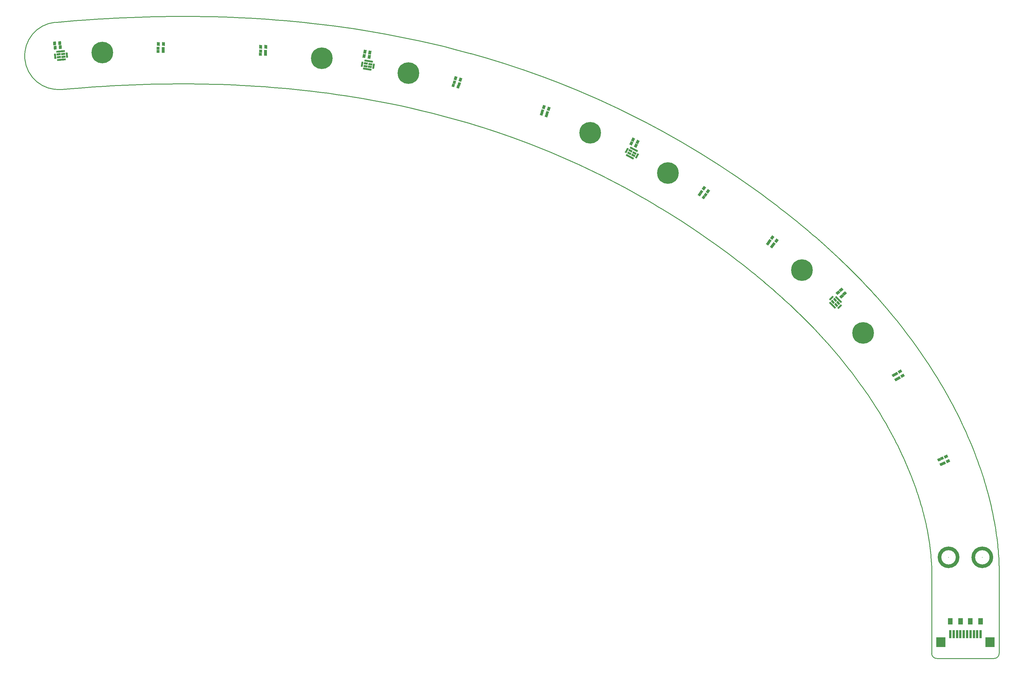
<source format=gts>
G04*
G04 #@! TF.GenerationSoftware,Altium Limited,Altium Designer,22.2.1 (43)*
G04*
G04 Layer_Color=8388736*
%FSLAX44Y44*%
%MOMM*%
G71*
G04*
G04 #@! TF.SameCoordinates,C81B6E68-797F-42A2-B6C5-F614A2D79E64*
G04*
G04*
G04 #@! TF.FilePolarity,Negative*
G04*
G01*
G75*
%ADD10C,0.2540*%
%ADD48C,1.1020*%
G04:AMPARAMS|DCode=49|XSize=1.0922mm|YSize=0.8382mm|CornerRadius=0mm|HoleSize=0mm|Usage=FLASHONLY|Rotation=53.351|XOffset=0mm|YOffset=0mm|HoleType=Round|Shape=Rectangle|*
%AMROTATEDRECTD49*
4,1,4,0.0103,-0.6883,-0.6622,-0.1880,-0.0103,0.6883,0.6622,0.1880,0.0103,-0.6883,0.0*
%
%ADD49ROTATEDRECTD49*%

G04:AMPARAMS|DCode=50|XSize=0.8032mm|YSize=0.9032mm|CornerRadius=0mm|HoleSize=0mm|Usage=FLASHONLY|Rotation=323.351|XOffset=0mm|YOffset=0mm|HoleType=Round|Shape=Rectangle|*
%AMROTATEDRECTD50*
4,1,4,-0.5918,-0.1226,-0.0526,0.6020,0.5918,0.1226,0.0526,-0.6020,-0.5918,-0.1226,0.0*
%
%ADD50ROTATEDRECTD50*%

%ADD51R,1.3462X1.9812*%
%ADD52R,0.8032X2.4032*%
%ADD53R,2.7032X3.0032*%
G04:AMPARAMS|DCode=54|XSize=0.8032mm|YSize=0.9032mm|CornerRadius=0mm|HoleSize=0mm|Usage=FLASHONLY|Rotation=295.191|XOffset=0mm|YOffset=0mm|HoleType=Round|Shape=Rectangle|*
%AMROTATEDRECTD54*
4,1,4,-0.5796,0.1712,0.2377,0.5556,0.5796,-0.1712,-0.2377,-0.5556,-0.5796,0.1712,0.0*
%
%ADD54ROTATEDRECTD54*%

G04:AMPARAMS|DCode=55|XSize=1.0922mm|YSize=0.8382mm|CornerRadius=0mm|HoleSize=0mm|Usage=FLASHONLY|Rotation=205.191|XOffset=0mm|YOffset=0mm|HoleType=Round|Shape=Rectangle|*
%AMROTATEDRECTD55*
4,1,4,0.3158,0.6117,0.6726,-0.1468,-0.3158,-0.6117,-0.6726,0.1468,0.3158,0.6117,0.0*
%
%ADD55ROTATEDRECTD55*%

G04:AMPARAMS|DCode=56|XSize=1.0922mm|YSize=0.8382mm|CornerRadius=0mm|HoleSize=0mm|Usage=FLASHONLY|Rotation=211.124|XOffset=0mm|YOffset=0mm|HoleType=Round|Shape=Rectangle|*
%AMROTATEDRECTD56*
4,1,4,0.2509,0.6411,0.6841,-0.0765,-0.2509,-0.6411,-0.6841,0.0765,0.2509,0.6411,0.0*
%
%ADD56ROTATEDRECTD56*%

G04:AMPARAMS|DCode=57|XSize=0.8032mm|YSize=0.9032mm|CornerRadius=0mm|HoleSize=0mm|Usage=FLASHONLY|Rotation=301.124|XOffset=0mm|YOffset=0mm|HoleType=Round|Shape=Rectangle|*
%AMROTATEDRECTD57*
4,1,4,-0.5942,0.1104,0.1790,0.5772,0.5942,-0.1104,-0.1790,-0.5772,-0.5942,0.1104,0.0*
%
%ADD57ROTATEDRECTD57*%

G04:AMPARAMS|DCode=58|XSize=1.0922mm|YSize=0.8382mm|CornerRadius=0mm|HoleSize=0mm|Usage=FLASHONLY|Rotation=234.951|XOffset=0mm|YOffset=0mm|HoleType=Round|Shape=Rectangle|*
%AMROTATEDRECTD58*
4,1,4,-0.0295,0.6878,0.6567,0.2064,0.0295,-0.6878,-0.6567,-0.2064,-0.0295,0.6878,0.0*
%
%ADD58ROTATEDRECTD58*%

G04:AMPARAMS|DCode=59|XSize=0.8032mm|YSize=0.9032mm|CornerRadius=0mm|HoleSize=0mm|Usage=FLASHONLY|Rotation=324.951|XOffset=0mm|YOffset=0mm|HoleType=Round|Shape=Rectangle|*
%AMROTATEDRECTD59*
4,1,4,-0.5881,-0.1391,-0.0694,0.6003,0.5881,0.1391,0.0694,-0.6003,-0.5881,-0.1391,0.0*
%
%ADD59ROTATEDRECTD59*%

G04:AMPARAMS|DCode=60|XSize=1.0922mm|YSize=0.8382mm|CornerRadius=0mm|HoleSize=0mm|Usage=FLASHONLY|Rotation=250.775|XOffset=0mm|YOffset=0mm|HoleType=Round|Shape=Rectangle|*
%AMROTATEDRECTD60*
4,1,4,-0.2159,0.6536,0.5755,0.3776,0.2159,-0.6536,-0.5755,-0.3776,-0.2159,0.6536,0.0*
%
%ADD60ROTATEDRECTD60*%

G04:AMPARAMS|DCode=61|XSize=0.8032mm|YSize=0.9032mm|CornerRadius=0mm|HoleSize=0mm|Usage=FLASHONLY|Rotation=340.775|XOffset=0mm|YOffset=0mm|HoleType=Round|Shape=Rectangle|*
%AMROTATEDRECTD61*
4,1,4,-0.5279,-0.2942,-0.2305,0.5587,0.5279,0.2942,0.2305,-0.5587,-0.5279,-0.2942,0.0*
%
%ADD61ROTATEDRECTD61*%

G04:AMPARAMS|DCode=62|XSize=1.0922mm|YSize=0.8382mm|CornerRadius=0mm|HoleSize=0mm|Usage=FLASHONLY|Rotation=252.912|XOffset=0mm|YOffset=0mm|HoleType=Round|Shape=Rectangle|*
%AMROTATEDRECTD62*
4,1,4,-0.2401,0.6451,0.5611,0.3988,0.2401,-0.6451,-0.5611,-0.3988,-0.2401,0.6451,0.0*
%
%ADD62ROTATEDRECTD62*%

G04:AMPARAMS|DCode=63|XSize=0.8032mm|YSize=0.9032mm|CornerRadius=0mm|HoleSize=0mm|Usage=FLASHONLY|Rotation=342.912|XOffset=0mm|YOffset=0mm|HoleType=Round|Shape=Rectangle|*
%AMROTATEDRECTD63*
4,1,4,-0.5166,-0.3137,-0.2512,0.5497,0.5166,0.3137,0.2512,-0.5497,-0.5166,-0.3137,0.0*
%
%ADD63ROTATEDRECTD63*%

G04:AMPARAMS|DCode=64|XSize=1.0922mm|YSize=0.8382mm|CornerRadius=0mm|HoleSize=0mm|Usage=FLASHONLY|Rotation=267.880|XOffset=0mm|YOffset=0mm|HoleType=Round|Shape=Rectangle|*
%AMROTATEDRECTD64*
4,1,4,-0.3986,0.5612,0.4390,0.5302,0.3986,-0.5612,-0.4390,-0.5302,-0.3986,0.5612,0.0*
%
%ADD64ROTATEDRECTD64*%

G04:AMPARAMS|DCode=65|XSize=0.8032mm|YSize=0.9032mm|CornerRadius=0mm|HoleSize=0mm|Usage=FLASHONLY|Rotation=357.880|XOffset=0mm|YOffset=0mm|HoleType=Round|Shape=Rectangle|*
%AMROTATEDRECTD65*
4,1,4,-0.4180,-0.4364,-0.3846,0.4662,0.4180,0.4364,0.3846,-0.4662,-0.4180,-0.4364,0.0*
%
%ADD65ROTATEDRECTD65*%

G04:AMPARAMS|DCode=66|XSize=1.0922mm|YSize=0.8382mm|CornerRadius=0mm|HoleSize=0mm|Usage=FLASHONLY|Rotation=268.966|XOffset=0mm|YOffset=0mm|HoleType=Round|Shape=Rectangle|*
%AMROTATEDRECTD66*
4,1,4,-0.4092,0.5536,0.4289,0.5385,0.4092,-0.5536,-0.4289,-0.5385,-0.4092,0.5536,0.0*
%
%ADD66ROTATEDRECTD66*%

G04:AMPARAMS|DCode=67|XSize=0.8032mm|YSize=0.9032mm|CornerRadius=0mm|HoleSize=0mm|Usage=FLASHONLY|Rotation=358.966|XOffset=0mm|YOffset=0mm|HoleType=Round|Shape=Rectangle|*
%AMROTATEDRECTD67*
4,1,4,-0.4097,-0.4443,-0.3934,0.4588,0.4097,0.4443,0.3934,-0.4588,-0.4097,-0.4443,0.0*
%
%ADD67ROTATEDRECTD67*%

G04:AMPARAMS|DCode=68|XSize=0.5532mm|YSize=2.5032mm|CornerRadius=0mm|HoleSize=0mm|Usage=FLASHONLY|Rotation=44.350|XOffset=0mm|YOffset=0mm|HoleType=Round|Shape=Rectangle|*
%AMROTATEDRECTD68*
4,1,4,0.6771,-1.0884,-1.0727,0.7016,-0.6771,1.0884,1.0727,-0.7016,0.6771,-1.0884,0.0*
%
%ADD68ROTATEDRECTD68*%

G04:AMPARAMS|DCode=69|XSize=0.6032mm|YSize=1.1532mm|CornerRadius=0mm|HoleSize=0mm|Usage=FLASHONLY|Rotation=44.350|XOffset=0mm|YOffset=0mm|HoleType=Round|Shape=Rectangle|*
%AMROTATEDRECTD69*
4,1,4,0.1874,-0.6232,-0.6187,0.2015,-0.1874,0.6232,0.6187,-0.2015,0.1874,-0.6232,0.0*
%
%ADD69ROTATEDRECTD69*%

G04:AMPARAMS|DCode=70|XSize=0.5532mm|YSize=1.5032mm|CornerRadius=0mm|HoleSize=0mm|Usage=FLASHONLY|Rotation=134.350|XOffset=0mm|YOffset=0mm|HoleType=Round|Shape=Rectangle|*
%AMROTATEDRECTD70*
4,1,4,0.7308,0.3276,-0.3441,-0.7232,-0.7308,-0.3276,0.3441,0.7232,0.7308,0.3276,0.0*
%
%ADD70ROTATEDRECTD70*%

G04:AMPARAMS|DCode=71|XSize=1.0922mm|YSize=0.8382mm|CornerRadius=0mm|HoleSize=0mm|Usage=FLASHONLY|Rotation=224.350|XOffset=0mm|YOffset=0mm|HoleType=Round|Shape=Rectangle|*
%AMROTATEDRECTD71*
4,1,4,0.0975,0.6814,0.6835,0.0821,-0.0975,-0.6814,-0.6835,-0.0821,0.0975,0.6814,0.0*
%
%ADD71ROTATEDRECTD71*%

G04:AMPARAMS|DCode=72|XSize=0.5532mm|YSize=2.5032mm|CornerRadius=0mm|HoleSize=0mm|Usage=FLASHONLY|Rotation=62.500|XOffset=0mm|YOffset=0mm|HoleType=Round|Shape=Rectangle|*
%AMROTATEDRECTD72*
4,1,4,0.9825,-0.8233,-1.2379,0.3326,-0.9825,0.8233,1.2379,-0.3326,0.9825,-0.8233,0.0*
%
%ADD72ROTATEDRECTD72*%

G04:AMPARAMS|DCode=73|XSize=0.6032mm|YSize=1.1532mm|CornerRadius=0mm|HoleSize=0mm|Usage=FLASHONLY|Rotation=62.500|XOffset=0mm|YOffset=0mm|HoleType=Round|Shape=Rectangle|*
%AMROTATEDRECTD73*
4,1,4,0.3722,-0.5338,-0.6507,-0.0013,-0.3722,0.5338,0.6507,0.0013,0.3722,-0.5338,0.0*
%
%ADD73ROTATEDRECTD73*%

G04:AMPARAMS|DCode=74|XSize=0.5532mm|YSize=1.5032mm|CornerRadius=0mm|HoleSize=0mm|Usage=FLASHONLY|Rotation=152.500|XOffset=0mm|YOffset=0mm|HoleType=Round|Shape=Rectangle|*
%AMROTATEDRECTD74*
4,1,4,0.5924,0.5390,-0.1017,-0.7944,-0.5924,-0.5390,0.1017,0.7944,0.5924,0.5390,0.0*
%
%ADD74ROTATEDRECTD74*%

G04:AMPARAMS|DCode=75|XSize=1.0922mm|YSize=0.8382mm|CornerRadius=0mm|HoleSize=0mm|Usage=FLASHONLY|Rotation=242.500|XOffset=0mm|YOffset=0mm|HoleType=Round|Shape=Rectangle|*
%AMROTATEDRECTD75*
4,1,4,-0.1196,0.6779,0.6239,0.2909,0.1196,-0.6779,-0.6239,-0.2909,-0.1196,0.6779,0.0*
%
%ADD75ROTATEDRECTD75*%

G04:AMPARAMS|DCode=76|XSize=1.0922mm|YSize=0.8382mm|CornerRadius=0mm|HoleSize=0mm|Usage=FLASHONLY|Rotation=260.500|XOffset=0mm|YOffset=0mm|HoleType=Round|Shape=Rectangle|*
%AMROTATEDRECTD76*
4,1,4,-0.3232,0.6078,0.5035,0.4694,0.3232,-0.6078,-0.5035,-0.4694,-0.3232,0.6078,0.0*
%
%ADD76ROTATEDRECTD76*%

G04:AMPARAMS|DCode=77|XSize=0.5532mm|YSize=2.5032mm|CornerRadius=0mm|HoleSize=0mm|Usage=FLASHONLY|Rotation=80.500|XOffset=0mm|YOffset=0mm|HoleType=Round|Shape=Rectangle|*
%AMROTATEDRECTD77*
4,1,4,1.1888,-0.4794,-1.2801,-0.0662,-1.1888,0.4794,1.2801,0.0662,1.1888,-0.4794,0.0*
%
%ADD77ROTATEDRECTD77*%

G04:AMPARAMS|DCode=78|XSize=0.6032mm|YSize=1.1532mm|CornerRadius=0mm|HoleSize=0mm|Usage=FLASHONLY|Rotation=80.500|XOffset=0mm|YOffset=0mm|HoleType=Round|Shape=Rectangle|*
%AMROTATEDRECTD78*
4,1,4,0.5189,-0.3926,-0.6185,-0.2023,-0.5189,0.3926,0.6185,0.2023,0.5189,-0.3926,0.0*
%
%ADD78ROTATEDRECTD78*%

G04:AMPARAMS|DCode=79|XSize=0.5532mm|YSize=1.5032mm|CornerRadius=0mm|HoleSize=0mm|Usage=FLASHONLY|Rotation=170.500|XOffset=0mm|YOffset=0mm|HoleType=Round|Shape=Rectangle|*
%AMROTATEDRECTD79*
4,1,4,0.3969,0.6956,0.1488,-0.7870,-0.3969,-0.6956,-0.1488,0.7870,0.3969,0.6956,0.0*
%
%ADD79ROTATEDRECTD79*%

G04:AMPARAMS|DCode=80|XSize=0.5532mm|YSize=2.5032mm|CornerRadius=0mm|HoleSize=0mm|Usage=FLASHONLY|Rotation=95.225|XOffset=0mm|YOffset=0mm|HoleType=Round|Shape=Rectangle|*
%AMROTATEDRECTD80*
4,1,4,1.2716,-0.1615,-1.2212,-0.3894,-1.2716,0.1615,1.2212,0.3894,1.2716,-0.1615,0.0*
%
%ADD80ROTATEDRECTD80*%

G04:AMPARAMS|DCode=81|XSize=0.6032mm|YSize=1.1532mm|CornerRadius=0mm|HoleSize=0mm|Usage=FLASHONLY|Rotation=95.225|XOffset=0mm|YOffset=0mm|HoleType=Round|Shape=Rectangle|*
%AMROTATEDRECTD81*
4,1,4,0.6017,-0.2478,-0.5467,-0.3529,-0.6017,0.2478,0.5467,0.3529,0.6017,-0.2478,0.0*
%
%ADD81ROTATEDRECTD81*%

G04:AMPARAMS|DCode=82|XSize=0.5532mm|YSize=1.5032mm|CornerRadius=0mm|HoleSize=0mm|Usage=FLASHONLY|Rotation=185.225|XOffset=0mm|YOffset=0mm|HoleType=Round|Shape=Rectangle|*
%AMROTATEDRECTD82*
4,1,4,0.2070,0.7737,0.3439,-0.7233,-0.2070,-0.7737,-0.3439,0.7233,0.2070,0.7737,0.0*
%
%ADD82ROTATEDRECTD82*%

G04:AMPARAMS|DCode=83|XSize=1.0922mm|YSize=0.8382mm|CornerRadius=0mm|HoleSize=0mm|Usage=FLASHONLY|Rotation=275.225|XOffset=0mm|YOffset=0mm|HoleType=Round|Shape=Rectangle|*
%AMROTATEDRECTD83*
4,1,4,-0.4671,0.5057,0.3676,0.5820,0.4671,-0.5057,-0.3676,-0.5820,-0.4671,0.5057,0.0*
%
%ADD83ROTATEDRECTD83*%

%ADD84C,6.4032*%
%ADD85C,0.2032*%
D10*
X-100000Y15000D02*
G03*
X-85000Y0I15000J0D01*
G01*
X85000Y0D02*
G03*
X100000Y15000I0J15000D01*
G01*
X-674845Y1426571D02*
G03*
X-898629Y1563927I-1523375J-2230964D01*
G01*
X-632646Y1397166D02*
G03*
X-674845Y1426571I-1557904J-2190748D01*
G01*
X-1010034Y1396885D02*
G03*
X-1144359Y1464042I-1141677J-2115645D01*
G01*
X-1021883Y1627399D02*
G03*
X-1154222Y1686667I-1124285J-2333025D01*
G01*
X-1208383Y1708427D02*
G03*
X-1251920Y1724923I-963187J-2476442D01*
G01*
X-1154222Y1686667D02*
G03*
X-1208383Y1708427I-1007155J-2428516D01*
G01*
X-898629Y1563927D02*
G03*
X-951167Y1591986I-1279453J-2332428D01*
G01*
X-1289382Y1525312D02*
G03*
X-1341080Y1544544I-884497J-2298581D01*
G01*
X-1229740Y1501455D02*
G03*
X-1289382Y1525312I-935076J-2251194D01*
G01*
X-1144359Y1464042D02*
G03*
X-1229740Y1501455I-1010830J-2190686D01*
G01*
X-1251920Y1724923D02*
G03*
X-1306594Y1744424I-929595J-2519915D01*
G01*
X-1389718Y1561453D02*
G03*
X-1433546Y1575738I-800709J-2382297D01*
G01*
X-1341080Y1544544D02*
G03*
X-1389718Y1561453I-841246J-2341300D01*
G01*
X-1416737Y1779769D02*
G03*
X-1464769Y1793598I-790041J-2653687D01*
G01*
X-1365211Y1763875D02*
G03*
X-1416737Y1779769I-833606J-2611069D01*
G01*
X-1306594Y1744424D02*
G03*
X-1365211Y1763875I-883569J-2564546D01*
G01*
X-2696111Y1886590D02*
G03*
X-2677900Y1687421I9106J-99585D01*
G01*
X99404Y280489D02*
X100000Y270000D01*
X-100834Y281206D02*
X-100000Y270000D01*
X89622Y380485D02*
X90720Y373187D01*
X-113905Y383142D02*
X-112856Y377777D01*
X-100000Y15000D02*
Y270000D01*
X-85000Y-0D02*
X85000Y0D01*
X100000Y15000D02*
Y270000D01*
X-921443Y1346246D02*
X-910687Y1339866D01*
X-987622Y1384641D02*
X-958936Y1368522D01*
X-946240Y1361227D01*
X-921443Y1346246D01*
X-1010034Y1396885D02*
X-987622Y1384641D01*
X-876266Y1318954D02*
X-860639Y1309199D01*
X-842598Y1297726D02*
X-809590Y1276135D01*
X-910687Y1339866D02*
X-900010Y1333462D01*
X-889411Y1327032D01*
X-876266Y1318954D01*
X-860639Y1309199D02*
X-842598Y1297726D01*
X-790465Y1263308D02*
X-759207Y1241677D01*
X-719162Y1212908D02*
X-703393Y1201237D01*
X-737742Y1226408D02*
X-719162Y1212908D01*
X-759207Y1241677D02*
X-737742Y1226408D01*
X-809590Y1276135D02*
X-790465Y1263308D01*
X-703393Y1201237D02*
X-689069Y1190463D01*
X-550281Y1076310D02*
X-543388Y1070109D01*
X-563054Y1087650D02*
X-556065Y1081469D01*
X-550281Y1076310D01*
X-570093Y1093819D02*
X-563054Y1087650D01*
X-584321Y1106118D02*
X-577182Y1099975D01*
X-591509Y1112247D02*
X-584321Y1106118D01*
X-577182Y1099975D02*
X-570093Y1093819D01*
X-598745Y1118363D02*
X-591509Y1112247D01*
X-607246Y1125479D02*
X-598745Y1118363D01*
X-624439Y1139648D02*
X-615811Y1132574D01*
X-607246Y1125479D01*
X-633127Y1146700D02*
X-624439Y1139648D01*
X-643130Y1154731D02*
X-633127Y1146700D01*
X-653210Y1162730D02*
X-643130Y1154731D01*
X-664639Y1171691D02*
X-653210Y1162730D01*
X-676161Y1180608D02*
X-664639Y1171691D01*
X-689069Y1190463D02*
X-676161Y1180608D01*
X-523089Y1314858D02*
X-510987Y1305185D01*
X-478195Y1278324D02*
X-469379Y1270935D01*
X-498979Y1295460D02*
X-487066Y1285686D01*
X-478195Y1278324D01*
X-434691Y1241117D02*
X-426167Y1233600D01*
X-469379Y1270935D02*
X-460620Y1263519D01*
X-443276Y1248610D02*
X-434691Y1241117D01*
X-451919Y1256077D02*
X-443276Y1248610D01*
X-460620Y1263519D02*
X-451919Y1256077D01*
X-510987Y1305185D02*
X-498979Y1295460D01*
X-588072Y1364767D02*
X-572387Y1353022D01*
X-559933Y1343562D02*
X-547564Y1334048D01*
X-535282Y1324479D01*
X-632646Y1397166D02*
X-603882Y1376421D01*
X-572387Y1353022D02*
X-559933Y1343562D01*
X-603882Y1376421D02*
X-588072Y1364767D01*
X-535282Y1324479D02*
X-523089Y1314858D01*
X-1021883Y1627399D02*
X-989978Y1611752D01*
X-951167Y1591986D01*
X-1757971Y1655717D02*
X-1730136Y1650516D01*
X-1936847Y1682401D02*
X-1912157Y1679389D01*
X-1984581Y1687642D02*
X-1961579Y1685212D01*
X-2007617Y1689900D02*
X-1984581Y1687642D01*
X-1961579Y1685212D02*
X-1936847Y1682401D01*
X-1862904Y1672750D02*
X-1836592Y1668854D01*
X-1887509Y1676172D02*
X-1862904Y1672750D01*
X-1784124Y1660339D02*
X-1757971Y1655717D01*
X-1810331Y1664717D02*
X-1784124Y1660339D01*
X-1836592Y1668854D02*
X-1810331Y1664717D01*
X-1702366Y1645033D02*
X-1672932Y1638894D01*
X-1912157Y1679389D02*
X-1887509Y1676172D01*
X-2030686Y1691988D02*
X-2007617Y1689900D01*
X-1612572Y1625233D02*
X-1579944Y1617231D01*
X-1672932Y1638894D02*
X-1643573Y1632432D01*
X-1612572Y1625233D01*
X-1474184Y1588199D02*
X-1433546Y1575738D01*
X-1511585Y1599018D02*
X-1474184Y1588199D01*
X-1545708Y1608358D02*
X-1511585Y1599018D01*
X-1579944Y1617231D02*
X-1545708Y1608358D01*
X-1718562Y1851829D02*
X-1684750Y1845444D01*
X-1617317Y1831483D02*
X-1583701Y1823900D01*
X-1546434Y1814994D02*
X-1509257Y1805579D01*
X-1651001Y1838663D02*
X-1617317Y1831483D01*
X-1509257Y1805579D02*
X-1464769Y1793598D01*
X-1583701Y1823900D02*
X-1546434Y1814994D01*
X-1684750Y1845444D02*
X-1651001Y1838663D01*
X-1730136Y1650516D02*
X-1702366Y1645033D01*
X-1843036Y1871935D02*
X-1812793Y1867532D01*
X-1873320Y1876043D02*
X-1843036Y1871935D01*
X-1903643Y1879858D02*
X-1873320Y1876043D01*
X-1934002Y1883383D02*
X-1903643Y1879858D01*
X-1960596Y1886232D02*
X-1934002Y1883383D01*
X-2013859Y1891279D02*
X-1987215Y1888863D01*
X-1752435Y1857824D02*
X-1718562Y1851829D01*
X-1782592Y1862829D02*
X-1752435Y1857824D01*
X-1812793Y1867532D02*
X-1782592Y1862829D01*
X-1987215Y1888863D02*
X-1960596Y1886232D01*
X-2040526Y1893481D02*
X-2013859Y1891279D01*
X-2519405Y1899155D02*
X-2496336Y1900251D01*
X-2067215Y1895472D02*
X-2040526Y1893481D01*
X-2542475Y1897931D02*
X-2519405Y1899155D01*
X-2565543Y1896579D02*
X-2542475Y1897931D01*
X-2496336Y1900251D02*
X-2473271Y1901217D01*
X-2611664Y1893501D02*
X-2588607Y1895102D01*
X-2638553Y1891478D02*
X-2611664Y1893501D01*
X-2665425Y1889290D02*
X-2638553Y1891478D01*
X-2588607Y1895102D02*
X-2565543Y1896579D01*
X-2120653Y1898828D02*
X-2093924Y1897253D01*
X-2067215Y1895472D01*
X-2174163Y1901363D02*
X-2147400Y1900197D01*
X-2120653Y1898828D01*
X-2473271Y1901217D02*
X-2450211Y1902052D01*
X-2187676Y1701739D02*
X-2166188Y1700851D01*
X-2209187Y1702490D02*
X-2187676Y1701739D01*
X-2252279Y1703588D02*
X-2230722Y1703106D01*
X-2295457Y1704151D02*
X-2273858Y1703936D01*
X-2317076Y1704235D02*
X-2295457Y1704151D01*
X-2338715Y1704189D02*
X-2317076Y1704235D01*
X-2360371Y1704014D02*
X-2338715Y1704189D01*
X-2382045Y1703710D02*
X-2360371Y1704014D01*
X-2403735Y1703280D02*
X-2382045Y1703710D01*
X-2273858Y1703936D02*
X-2252279Y1703588D01*
X-2230722Y1703106D02*
X-2209187Y1702490D01*
X-2166188Y1700851D02*
X-2144724Y1699825D01*
X-2447162Y1702041D02*
X-2425441Y1702723D01*
X-2490647Y1700306D02*
X-2468897Y1701235D01*
X-2447162Y1702041D01*
X-2425441Y1702723D02*
X-2403735Y1703280D01*
X-2200941Y1902328D02*
X-2174163Y1901363D01*
X-2227734Y1903095D02*
X-2200941Y1902328D01*
X-2254540Y1903664D02*
X-2227734Y1903095D01*
X-2404115Y1903322D02*
X-2381079Y1903755D01*
X-2281358Y1904039D02*
X-2254540Y1903664D01*
X-2427159Y1902754D02*
X-2404115Y1903322D01*
X-2381079Y1903755D02*
X-2358052Y1904052D01*
X-2100089Y1697241D02*
X-2076923Y1695657D01*
X-2123286Y1698660D02*
X-2100089Y1697241D01*
X-2053789Y1693906D02*
X-2030686Y1691988D01*
X-2144724Y1699825D02*
X-2123286Y1698660D01*
X-2076923Y1695657D02*
X-2053789Y1693906D01*
X-2510599Y1699348D02*
X-2490647Y1700306D01*
X-2530566Y1698287D02*
X-2510599Y1699348D01*
X-2550549Y1697124D02*
X-2530566Y1698287D01*
X-2568729Y1695981D02*
X-2550549Y1697124D01*
X-2696111Y1886590D02*
X-2692277Y1886939D01*
X-2677900Y1687421D02*
X-2646985Y1690135D01*
X-2603302Y1693581D02*
X-2585102Y1694881D01*
X-2646985Y1690135D02*
X-2623325Y1692058D01*
X-2603302Y1693581D01*
X-2585102Y1694881D02*
X-2568729Y1695981D01*
X-2692277Y1886939D02*
X-2665425Y1889290D01*
X-2450211Y1902052D02*
X-2427159Y1902754D01*
X-2308190Y1904220D02*
X-2281358Y1904039D01*
X-2358052Y1904052D02*
X-2335033Y1904210D01*
X-2308190Y1904220D01*
X-149196Y509934D02*
X-146799Y503104D01*
X-151657Y516788D02*
X-149196Y509934D01*
X-154181Y523665D02*
X-151657Y516788D01*
X-157146Y531554D02*
X-154181Y523665D01*
X-180278Y587554D02*
X-176716Y579475D01*
X-187664Y603781D02*
X-183927Y595656D01*
X-180278Y587554D01*
X-176716Y579475D02*
X-173240Y571422D01*
X-163328Y547418D02*
X-160194Y539472D01*
X-169850Y563394D02*
X-166546Y555392D01*
X-173240Y571422D02*
X-169850Y563394D01*
X-166546Y555392D02*
X-163328Y547418D01*
X-160194Y539472D02*
X-157146Y531554D01*
X-496656Y1026437D02*
X-491277Y1021213D01*
X-524148Y1052483D02*
X-518572Y1047285D01*
X-536548Y1063897D02*
X-529762Y1057675D01*
X-524148Y1052483D01*
X-513034Y1042081D02*
X-507536Y1036872D01*
X-502076Y1031657D01*
X-518572Y1047285D02*
X-513034Y1042081D01*
X-502076Y1031657D02*
X-496656Y1026437D01*
X-543388Y1070109D02*
X-536548Y1063897D01*
X-260909Y738427D02*
X-254419Y727932D01*
X-267544Y748938D02*
X-260909Y738427D01*
X-319685Y824972D02*
X-311218Y813328D01*
X-274326Y759465D02*
X-267544Y748938D01*
X-311218Y813328D02*
X-302933Y801690D01*
X-288333Y780556D02*
X-281256Y770004D01*
X-295558Y791118D02*
X-288333Y780556D01*
X-281256Y770004D02*
X-274326Y759465D01*
X-302933Y801690D02*
X-295558Y791118D01*
X-254419Y727932D02*
X-248075Y717455D01*
X-191972Y612949D02*
X-187664Y603781D01*
X-196392Y622144D02*
X-191972Y612949D01*
X-200923Y631366D02*
X-196392Y622144D01*
X-230490Y687184D02*
X-225276Y677828D01*
X-220178Y668492D02*
X-215194Y659176D01*
X-210324Y649883D01*
X-225276Y677828D02*
X-220178Y668492D01*
X-241875Y706997D02*
X-235818Y696559D01*
X-230490Y687184D01*
X-210324Y649883D02*
X-205567Y640612D01*
X-200923Y631366D01*
X-248075Y717455D02*
X-241875Y706997D01*
X-341772Y1154616D02*
X-331394Y1144271D01*
X-323691Y1136494D02*
X-316057Y1128700D01*
X-308494Y1120891D01*
X-331394Y1144271D02*
X-323691Y1136494D01*
X-395437Y1205834D02*
X-384472Y1195663D01*
X-373622Y1185453D01*
X-362887Y1175208D02*
X-352270Y1164928D01*
X-373622Y1185453D02*
X-362887Y1175208D01*
X-417703Y1226059D02*
X-406515Y1215967D01*
X-395437Y1205834D01*
X-352270Y1164928D02*
X-341772Y1154616D01*
X-426167Y1233600D02*
X-417703Y1226059D01*
X-432848Y961407D02*
X-424108Y951928D01*
X-414548Y941386D01*
X-405147Y930833D01*
X-384121Y906524D02*
X-374357Y894884D01*
X-337169Y848276D02*
X-328335Y836622D01*
X-346187Y859931D02*
X-337169Y848276D01*
X-394988Y919213D02*
X-384121Y906524D01*
X-364780Y883237D02*
X-355391Y871585D01*
X-374357Y894884D02*
X-364780Y883237D01*
X-355391Y871585D02*
X-346187Y859931D01*
X-328335Y836622D02*
X-319685Y824972D01*
X-405147Y930833D02*
X-394988Y919213D01*
X-491277Y1021213D02*
X-485937Y1015984D01*
X-480638Y1010751D01*
X-469127Y999227D02*
X-459857Y989787D01*
X-450722Y980336D02*
X-441719Y970876D01*
X-459857Y989787D02*
X-450722Y980336D01*
X-475381Y1005515D02*
X-469127Y999227D01*
X-480638Y1010751D02*
X-475381Y1005515D01*
X-441719Y970876D02*
X-432848Y961407D01*
X-59536Y791165D02*
X-52028Y777806D01*
X-67235Y804533D02*
X-59536Y791165D01*
X-75124Y817910D02*
X-67235Y804533D01*
X-83204Y831292D02*
X-75124Y817910D01*
X-44708Y764458D02*
X-37578Y751124D01*
X-117448Y884846D02*
X-108598Y871457D01*
X-99940Y858068D01*
X-91476Y844679D01*
X-83204Y831292D01*
X-52028Y777806D02*
X-44708Y764458D01*
X-37578Y751124D02*
X-30636Y737806D01*
X-257564Y1065847D02*
X-248275Y1055298D01*
X-232341Y1036798D01*
X-216814Y1018251D01*
X-308494Y1120891D02*
X-301001Y1113066D01*
X-293579Y1105228D02*
X-286229Y1097376D01*
X-301001Y1113066D02*
X-293579Y1105228D01*
X-278952Y1089512D02*
X-271749Y1081635D01*
X-286229Y1097376D02*
X-278952Y1089512D01*
X-271749Y1081635D02*
X-264619Y1073746D01*
X-257564Y1065847D01*
X-30636Y737806D02*
X-23882Y724504D01*
X-17314Y711221D02*
X-10934Y697959D01*
X-23882Y724504D02*
X-17314Y711221D01*
X-10934Y697959D02*
X-4738Y684719D01*
X1272Y671503D01*
X7098Y658312D02*
X12740Y645150D01*
X-201691Y999662D02*
X-186968Y981036D01*
X-158710Y943691D02*
X-143265Y922310D01*
X-172642Y962377D02*
X-158710Y943691D01*
X-186968Y981036D02*
X-172642Y962377D01*
X1272Y671503D02*
X7098Y658312D01*
X-143265Y922310D02*
X-128325Y900907D01*
X-117448Y884846D01*
X-216814Y1018251D02*
X-201691Y999662D01*
X56938Y523081D02*
X59972Y512856D01*
X53791Y533334D02*
X56938Y523081D01*
X50531Y543615D02*
X53791Y533334D01*
X47157Y553924D02*
X50531Y543615D01*
X43670Y564258D02*
X47157Y553924D01*
X18200Y632016D02*
X23477Y618913D01*
X36351Y585003D02*
X40068Y574618D01*
X32520Y595412D02*
X36351Y585003D01*
X28573Y605843D02*
X32520Y595412D01*
X23477Y618913D02*
X28573Y605843D01*
X40068Y574618D02*
X43670Y564258D01*
X12740Y645150D02*
X18200Y632016D01*
X-123854Y426944D02*
X-122456Y421385D01*
X-121103Y415850D01*
X-119794Y410338D01*
X-118529Y404850D01*
X-117308Y399385D02*
X-116130Y393946D01*
X-114996Y388531D02*
X-113905Y383142D01*
X-116130Y393946D02*
X-114996Y388531D01*
X-118529Y404850D02*
X-117308Y399385D01*
X-125295Y432526D02*
X-123854Y426944D01*
X87240Y395147D02*
X88462Y387805D01*
X89622Y380485D01*
X85957Y402511D02*
X87240Y395147D01*
X82232Y422257D02*
X84150Y412365D01*
X85957Y402511D01*
X80204Y432186D02*
X82232Y422257D01*
X70982Y472259D02*
X73454Y462190D01*
X75816Y452154D01*
X78065Y442152D02*
X80204Y432186D01*
X62893Y502661D02*
X65701Y492496D01*
X68398Y482362D01*
X70982Y472259D01*
X75816Y452154D02*
X78065Y442152D01*
X59972Y512856D02*
X62893Y502661D01*
X-146799Y503104D02*
X-144466Y496300D01*
X-142195Y489520D01*
X-139988Y482766D01*
X-137844Y476039D02*
X-135762Y469338D01*
X-133743Y462665D01*
X-139988Y482766D02*
X-137844Y476039D01*
X-131785Y456020D02*
X-129889Y449404D01*
X-128313Y443756D02*
X-126782Y438130D01*
X-125295Y432526D01*
X-129889Y449404D02*
X-128313Y443756D01*
X-133743Y462665D02*
X-131785Y456020D01*
X-111046Y368011D02*
X-110118Y362721D01*
X-109233Y357458D02*
X-108389Y352223D01*
X-112856Y377777D02*
X-111851Y372439D01*
X-108389Y352223D02*
X-107588Y347015D01*
X-111851Y372439D02*
X-111046Y368011D01*
X-110118Y362721D02*
X-109233Y357458D01*
X-107588Y347015D02*
X-106828Y341837D01*
X-106227Y337543D01*
X-105653Y333271D02*
X-105216Y329868D01*
X-104011Y319738D02*
X-103646Y316386D01*
X-105216Y329868D02*
X-104796Y326478D01*
X-104395Y323102D01*
X-104011Y319738D01*
X-103214Y312215D02*
X-102810Y308062D01*
X-103646Y316386D02*
X-103214Y312215D01*
X-102810Y308062D02*
X-102153Y300636D01*
X-101585Y293278D02*
X-101256Y288418D01*
X-101011Y284399D01*
X-102153Y300636D02*
X-101585Y293278D01*
X-106227Y337543D02*
X-105653Y333271D01*
X-101011Y284399D02*
X-100834Y281206D01*
X96015Y329875D02*
X96892Y320360D01*
X97660Y310888D01*
X98165Y303817D01*
X98608Y296777D02*
X98990Y289772D01*
X98165Y303817D02*
X98608Y296777D01*
X98990Y289772D02*
X99211Y285123D01*
X99404Y280489D01*
X90720Y373187D02*
X91756Y365913D01*
X92731Y358660D01*
X93644Y351430D01*
X95286Y337037D02*
X96015Y329875D01*
X94496Y344222D02*
X95286Y337037D01*
X93644Y351430D02*
X94496Y344222D01*
D48*
X76610Y300000D02*
G03*
X76610Y300000I-26610J0D01*
G01*
X-23390D02*
G03*
X-23390Y300000I-26610J0D01*
G01*
D49*
X-572328Y1248235D02*
D03*
X-560101Y1239138D02*
D03*
D50*
X-579992Y1237733D02*
D03*
X-585364Y1230512D02*
D03*
X-567957Y1228779D02*
D03*
X-573330Y1221559D02*
D03*
D51*
X-45240Y110000D02*
D03*
X-14760D02*
D03*
X45240D02*
D03*
X14760D02*
D03*
D52*
X45000Y72500D02*
D03*
X35000D02*
D03*
X25000D02*
D03*
X15000D02*
D03*
X5000D02*
D03*
X-5000D02*
D03*
X-15000D02*
D03*
X-25000D02*
D03*
X-35000D02*
D03*
X-45000D02*
D03*
D53*
X72500Y48500D02*
D03*
X-72500D02*
D03*
D54*
X-71359Y575853D02*
D03*
X-63215Y579684D02*
D03*
X-77744Y589427D02*
D03*
X-69599Y593257D02*
D03*
D55*
X-51400Y585109D02*
D03*
X-57887Y598899D02*
D03*
D56*
X-185982Y838219D02*
D03*
X-193859Y851265D02*
D03*
D57*
X-204877Y826950D02*
D03*
X-197173Y831602D02*
D03*
X-212630Y839791D02*
D03*
X-204926Y844443D02*
D03*
D58*
X-762512Y1385648D02*
D03*
X-774989Y1394400D02*
D03*
D59*
X-775245Y1367706D02*
D03*
X-770077Y1375074D02*
D03*
X-787525Y1376320D02*
D03*
X-782356Y1383688D02*
D03*
D60*
X-1234328Y1630266D02*
D03*
X-1248718Y1635284D02*
D03*
D61*
X-1241685Y1609532D02*
D03*
X-1238722Y1618030D02*
D03*
X-1255849Y1614471D02*
D03*
X-1252885Y1622970D02*
D03*
D62*
X-1495950Y1716362D02*
D03*
X-1510517Y1720840D02*
D03*
D63*
X-1502529Y1695368D02*
D03*
X-1499885Y1703971D02*
D03*
X-1516867Y1699776D02*
D03*
X-1514223Y1708378D02*
D03*
D64*
X-2072752Y1813397D02*
D03*
X-2087981Y1813961D02*
D03*
D65*
X-2073686Y1791417D02*
D03*
X-2073353Y1800410D02*
D03*
X-2088675Y1791971D02*
D03*
X-2088342Y1800965D02*
D03*
D66*
X-2376138Y1821895D02*
D03*
X-2391375Y1822169D02*
D03*
D67*
X-2376655Y1799900D02*
D03*
X-2376493Y1808899D02*
D03*
X-2391653Y1800171D02*
D03*
X-2391490Y1809169D02*
D03*
D68*
X-393488Y1047430D02*
D03*
X-375968Y1064556D02*
D03*
D69*
X-383049Y1048195D02*
D03*
X-392486Y1057849D02*
D03*
X-376970Y1054137D02*
D03*
X-386408Y1063791D02*
D03*
D70*
X-396786Y1068328D02*
D03*
X-372670Y1043658D02*
D03*
D71*
X-366977Y1073598D02*
D03*
X-377630Y1084495D02*
D03*
X-358038Y1082336D02*
D03*
X-368691Y1093234D02*
D03*
D72*
X-993715Y1487619D02*
D03*
X-982402Y1509351D02*
D03*
D73*
X-984033Y1491599D02*
D03*
X-996008Y1497832D02*
D03*
X-980108Y1499138D02*
D03*
X-992083Y1505372D02*
D03*
D74*
X-1003359Y1506450D02*
D03*
X-972757Y1490520D02*
D03*
D75*
X-976674Y1520744D02*
D03*
X-990192Y1527781D02*
D03*
X-970902Y1531831D02*
D03*
X-984420Y1538868D02*
D03*
D76*
X-1766183Y1784102D02*
D03*
X-1781214Y1786618D02*
D03*
X-1764120Y1796431D02*
D03*
X-1779151Y1798946D02*
D03*
D77*
X-1772153Y1747333D02*
D03*
X-1768110Y1771497D02*
D03*
D78*
X-1764176Y1754110D02*
D03*
X-1777491Y1756338D02*
D03*
X-1762773Y1762493D02*
D03*
X-1776088Y1764721D02*
D03*
D79*
X-1787145Y1762263D02*
D03*
X-1753118Y1756568D02*
D03*
D80*
X-2678123Y1775517D02*
D03*
X-2680354Y1799915D02*
D03*
D81*
X-2672129Y1784099D02*
D03*
X-2685573Y1782869D02*
D03*
X-2672903Y1792563D02*
D03*
X-2686347Y1791334D02*
D03*
D82*
X-2696417Y1786145D02*
D03*
X-2662060Y1789287D02*
D03*
D83*
X-2681694Y1812596D02*
D03*
X-2696871Y1811208D02*
D03*
X-2682832Y1825044D02*
D03*
X-2698009Y1823656D02*
D03*
D84*
X-302853Y965270D02*
D03*
X-484190Y1151361D02*
D03*
X-881258Y1439094D02*
D03*
X-1111796Y1559124D02*
D03*
X-1650155Y1736198D02*
D03*
X-1906453Y1779539D02*
D03*
X-2557381Y1796824D02*
D03*
D85*
X50000Y300000D02*
D03*
X-50000D02*
D03*
M02*

</source>
